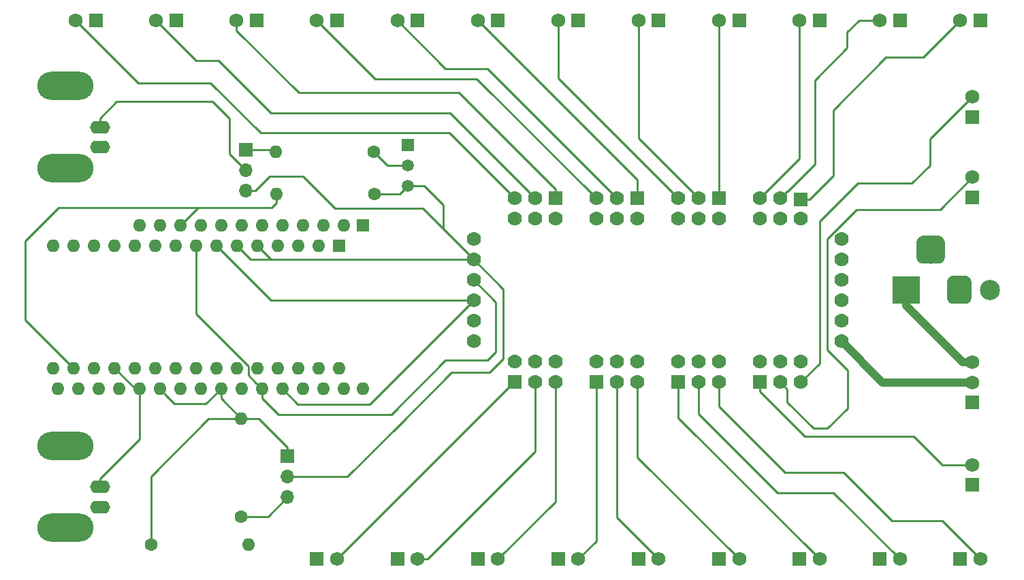
<source format=gbr>
G04 #@! TF.GenerationSoftware,KiCad,Pcbnew,(5.0.0)*
G04 #@! TF.CreationDate,2020-03-06T16:17:22+00:00*
G04 #@! TF.ProjectId,LED Zappelin,4C4544205A617070656C696E2E6B6963,rev?*
G04 #@! TF.SameCoordinates,Original*
G04 #@! TF.FileFunction,Copper,L1,Top,Signal*
G04 #@! TF.FilePolarity,Positive*
%FSLAX46Y46*%
G04 Gerber Fmt 4.6, Leading zero omitted, Abs format (unit mm)*
G04 Created by KiCad (PCBNEW (5.0.0)) date 03/06/20 16:17:22*
%MOMM*%
%LPD*%
G01*
G04 APERTURE LIST*
G04 #@! TA.AperFunction,ComponentPad*
%ADD10R,1.700000X1.700000*%
G04 #@! TD*
G04 #@! TA.AperFunction,ComponentPad*
%ADD11O,1.700000X1.700000*%
G04 #@! TD*
G04 #@! TA.AperFunction,ComponentPad*
%ADD12O,1.600000X1.600000*%
G04 #@! TD*
G04 #@! TA.AperFunction,ComponentPad*
%ADD13C,1.600000*%
G04 #@! TD*
G04 #@! TA.AperFunction,ComponentPad*
%ADD14R,1.500000X1.500000*%
G04 #@! TD*
G04 #@! TA.AperFunction,ComponentPad*
%ADD15C,1.500000*%
G04 #@! TD*
G04 #@! TA.AperFunction,ComponentPad*
%ADD16C,1.750000*%
G04 #@! TD*
G04 #@! TA.AperFunction,ComponentPad*
%ADD17R,1.750000X1.750000*%
G04 #@! TD*
G04 #@! TA.AperFunction,ComponentPad*
%ADD18R,1.600000X1.600000*%
G04 #@! TD*
G04 #@! TA.AperFunction,ComponentPad*
%ADD19C,1.778000*%
G04 #@! TD*
G04 #@! TA.AperFunction,ComponentPad*
%ADD20R,1.778000X1.778000*%
G04 #@! TD*
G04 #@! TA.AperFunction,ComponentPad*
%ADD21O,2.499360X1.600200*%
G04 #@! TD*
G04 #@! TA.AperFunction,ComponentPad*
%ADD22O,7.000240X3.500120*%
G04 #@! TD*
G04 #@! TA.AperFunction,ComponentPad*
%ADD23C,2.500000*%
G04 #@! TD*
G04 #@! TA.AperFunction,ComponentPad*
%ADD24R,3.500000X3.500000*%
G04 #@! TD*
G04 #@! TA.AperFunction,Conductor*
%ADD25C,0.100000*%
G04 #@! TD*
G04 #@! TA.AperFunction,ComponentPad*
%ADD26C,3.000000*%
G04 #@! TD*
G04 #@! TA.AperFunction,ComponentPad*
%ADD27C,3.500000*%
G04 #@! TD*
G04 #@! TA.AperFunction,Conductor*
%ADD28C,0.250000*%
G04 #@! TD*
G04 #@! TA.AperFunction,Conductor*
%ADD29C,1.000000*%
G04 #@! TD*
G04 APERTURE END LIST*
D10*
G04 #@! TO.P,,1*
G04 #@! TO.N,Net-(A1-Pad23)*
X95850000Y-103200000D03*
D11*
G04 #@! TO.P,,2*
X95850000Y-105740000D03*
G04 #@! TO.P,,3*
G04 #@! TO.N,Net-(A2-Pad20)*
X95850000Y-108280000D03*
G04 #@! TD*
D12*
G04 #@! TO.P,,2*
G04 #@! TO.N,Net-(Q1-Pad2)*
X94370000Y-65300000D03*
D13*
G04 #@! TO.P,,1*
X106550000Y-65300000D03*
G04 #@! TD*
D12*
G04 #@! TO.P,,2*
G04 #@! TO.N,Net-(A1-Pad16)*
X94470000Y-70600000D03*
D13*
G04 #@! TO.P,,1*
G04 #@! TO.N,Net-(A1-Pad23)*
X106650000Y-70600000D03*
G04 #@! TD*
D14*
G04 #@! TO.P,2N5089,1*
G04 #@! TO.N,GNDREF*
X110800000Y-64500000D03*
D15*
G04 #@! TO.P,2N5089,3*
G04 #@! TO.N,Net-(A1-Pad23)*
X110800000Y-69580000D03*
G04 #@! TO.P,2N5089,2*
G04 #@! TO.N,Net-(Q1-Pad2)*
X110800000Y-67040000D03*
G04 #@! TD*
D16*
G04 #@! TO.P,,2*
G04 #@! TO.N,Net-(J25-Pad1)*
X69500000Y-49000000D03*
D17*
G04 #@! TO.P,,1*
G04 #@! TO.N,Net-(J24-Pad1)*
X72000000Y-49000000D03*
G04 #@! TD*
D16*
G04 #@! TO.P,,2*
G04 #@! TO.N,Net-(J25-Pad1)*
X79500000Y-49000000D03*
D17*
G04 #@! TO.P,,1*
G04 #@! TO.N,Net-(J23-Pad1)*
X82000000Y-49000000D03*
G04 #@! TD*
D16*
G04 #@! TO.P,,2*
G04 #@! TO.N,Net-(J25-Pad1)*
X89500000Y-49000000D03*
D17*
G04 #@! TO.P,,1*
G04 #@! TO.N,Net-(J22-Pad1)*
X92000000Y-49000000D03*
G04 #@! TD*
D16*
G04 #@! TO.P,,2*
G04 #@! TO.N,Net-(J25-Pad1)*
X99500000Y-49000000D03*
D17*
G04 #@! TO.P,,1*
G04 #@! TO.N,Net-(J21-Pad1)*
X102000000Y-49000000D03*
G04 #@! TD*
D16*
G04 #@! TO.P,,2*
G04 #@! TO.N,Net-(J25-Pad1)*
X109500000Y-49000000D03*
D17*
G04 #@! TO.P,,1*
G04 #@! TO.N,Net-(J20-Pad1)*
X112000000Y-49000000D03*
G04 #@! TD*
D16*
G04 #@! TO.P,,2*
G04 #@! TO.N,Net-(J25-Pad1)*
X119500000Y-49000000D03*
D17*
G04 #@! TO.P,,1*
G04 #@! TO.N,Net-(J19-Pad1)*
X122000000Y-49000000D03*
G04 #@! TD*
D16*
G04 #@! TO.P,,2*
G04 #@! TO.N,Net-(J25-Pad1)*
X129500000Y-49000000D03*
D17*
G04 #@! TO.P,,1*
G04 #@! TO.N,Net-(J18-Pad1)*
X132000000Y-49000000D03*
G04 #@! TD*
D16*
G04 #@! TO.P,,2*
G04 #@! TO.N,Net-(J25-Pad1)*
X139500000Y-49000000D03*
D17*
G04 #@! TO.P,,1*
G04 #@! TO.N,Net-(J17-Pad1)*
X142000000Y-49000000D03*
G04 #@! TD*
D16*
G04 #@! TO.P,,2*
G04 #@! TO.N,Net-(J25-Pad1)*
X149500000Y-49000000D03*
D17*
G04 #@! TO.P,,1*
G04 #@! TO.N,Net-(J16-Pad1)*
X152000000Y-49000000D03*
G04 #@! TD*
D16*
G04 #@! TO.P,,2*
G04 #@! TO.N,Net-(J25-Pad1)*
X159500000Y-49000000D03*
D17*
G04 #@! TO.P,,1*
G04 #@! TO.N,Net-(J15-Pad1)*
X162000000Y-49000000D03*
G04 #@! TD*
D16*
G04 #@! TO.P,,2*
G04 #@! TO.N,Net-(J25-Pad1)*
X169500000Y-49000000D03*
D17*
G04 #@! TO.P,,1*
G04 #@! TO.N,Net-(J14-Pad1)*
X172000000Y-49000000D03*
G04 #@! TD*
D16*
G04 #@! TO.P,,2*
G04 #@! TO.N,Net-(J25-Pad1)*
X179500000Y-49000000D03*
D17*
G04 #@! TO.P,,1*
G04 #@! TO.N,Net-(J13-Pad1)*
X182000000Y-49000000D03*
G04 #@! TD*
G04 #@! TO.P,,1*
G04 #@! TO.N,Net-(J12-Pad1)*
X181000000Y-61000000D03*
D16*
G04 #@! TO.P,,2*
G04 #@! TO.N,Net-(J25-Pad1)*
X181000000Y-58500000D03*
G04 #@! TD*
D17*
G04 #@! TO.P,,1*
G04 #@! TO.N,Net-(J11-Pad1)*
X181000000Y-71000000D03*
D16*
G04 #@! TO.P,,2*
G04 #@! TO.N,Net-(J25-Pad1)*
X181000000Y-68500000D03*
G04 #@! TD*
D17*
G04 #@! TO.P,,1*
G04 #@! TO.N,Net-(J10-Pad1)*
X181000000Y-106750000D03*
D16*
G04 #@! TO.P,,2*
G04 #@! TO.N,Net-(J25-Pad1)*
X181000000Y-104250000D03*
G04 #@! TD*
G04 #@! TO.P,,2*
G04 #@! TO.N,Net-(J25-Pad1)*
X182000000Y-116000000D03*
D17*
G04 #@! TO.P,,1*
G04 #@! TO.N,Net-(J9-Pad1)*
X179500000Y-116000000D03*
G04 #@! TD*
D16*
G04 #@! TO.P,,2*
G04 #@! TO.N,Net-(J25-Pad1)*
X172000000Y-116000000D03*
D17*
G04 #@! TO.P,,1*
G04 #@! TO.N,Net-(J8-Pad1)*
X169500000Y-116000000D03*
G04 #@! TD*
D16*
G04 #@! TO.P,,2*
G04 #@! TO.N,Net-(J25-Pad1)*
X162000000Y-116000000D03*
D17*
G04 #@! TO.P,,1*
G04 #@! TO.N,Net-(J7-Pad1)*
X159500000Y-116000000D03*
G04 #@! TD*
D16*
G04 #@! TO.P,,2*
G04 #@! TO.N,Net-(J25-Pad1)*
X152000000Y-116000000D03*
D17*
G04 #@! TO.P,,1*
G04 #@! TO.N,Net-(J6-Pad1)*
X149500000Y-116000000D03*
G04 #@! TD*
D16*
G04 #@! TO.P,,2*
G04 #@! TO.N,Net-(J25-Pad1)*
X142000000Y-116000000D03*
D17*
G04 #@! TO.P,,1*
G04 #@! TO.N,Net-(J5-Pad1)*
X139500000Y-116000000D03*
G04 #@! TD*
D16*
G04 #@! TO.P,,2*
G04 #@! TO.N,Net-(J25-Pad1)*
X132000000Y-116000000D03*
D17*
G04 #@! TO.P,,1*
G04 #@! TO.N,Net-(J4-Pad1)*
X129500000Y-116000000D03*
G04 #@! TD*
D16*
G04 #@! TO.P,,2*
G04 #@! TO.N,Net-(J25-Pad1)*
X122000000Y-116000000D03*
D17*
G04 #@! TO.P,,1*
G04 #@! TO.N,Net-(J3-Pad1)*
X119500000Y-116000000D03*
G04 #@! TD*
D16*
G04 #@! TO.P,,2*
G04 #@! TO.N,Net-(J25-Pad1)*
X112000000Y-116000000D03*
D17*
G04 #@! TO.P,,1*
G04 #@! TO.N,Net-(J2-Pad1)*
X109500000Y-116000000D03*
G04 #@! TD*
G04 #@! TO.P,,1*
G04 #@! TO.N,Net-(J1-Pad1)*
X99500000Y-116000000D03*
D16*
G04 #@! TO.P,,2*
G04 #@! TO.N,Net-(J25-Pad1)*
X102000000Y-116000000D03*
G04 #@! TD*
D12*
G04 #@! TO.P,,2*
G04 #@! TO.N,GNDREF*
X91030000Y-114200000D03*
D13*
G04 #@! TO.P,,1*
G04 #@! TO.N,Net-(A1-Pad23)*
X78850000Y-114200000D03*
G04 #@! TD*
D18*
G04 #@! TO.P,,SDA/23*
G04 #@! TO.N,N/C*
X105250000Y-74500000D03*
D12*
G04 #@! TO.P,,NC*
G04 #@! TO.N,Net-(A1-Pad17)*
X72330000Y-94830000D03*
G04 #@! TO.P,,SCL/22*
G04 #@! TO.N,N/C*
X102810000Y-74500000D03*
G04 #@! TO.P,,18*
G04 #@! TO.N,GNDREF*
X74870000Y-94830000D03*
G04 #@! TO.P,,14/A6*
G04 #@! TO.N,N/C*
X100270000Y-74500000D03*
G04 #@! TO.P,,A0/26*
G04 #@! TO.N,Net-(A1-Pad19)*
X77410000Y-94830000D03*
G04 #@! TO.P,,32/A7*
G04 #@! TO.N,N/C*
X97730000Y-74500000D03*
G04 #@! TO.P,,A1/25*
G04 #@! TO.N,Net-(A1-Pad23)*
X79950000Y-94830000D03*
G04 #@! TO.P,,15/A8*
G04 #@! TO.N,N/C*
X95190000Y-74500000D03*
G04 #@! TO.P,,A2/34*
G04 #@! TO.N,Net-(A1-Pad21)*
X82490000Y-94830000D03*
G04 #@! TO.P,,33/A9*
G04 #@! TO.N,N/C*
X92650000Y-74500000D03*
G04 #@! TO.P,,A3/39*
G04 #@! TO.N,Net-(A1-Pad22)*
X85030000Y-94830000D03*
G04 #@! TO.P,,27/A10*
G04 #@! TO.N,N/C*
X90110000Y-74500000D03*
G04 #@! TO.P,,A4/36*
G04 #@! TO.N,Net-(A1-Pad23)*
X87570000Y-94830000D03*
G04 #@! TO.P,,12/A11*
G04 #@! TO.N,N/C*
X87570000Y-74500000D03*
G04 #@! TO.P,,A5/4*
G04 #@! TO.N,Net-(A1-Pad24)*
X90110000Y-94830000D03*
G04 #@! TO.P,,13/A12*
G04 #@! TO.N,N/C*
X85030000Y-74500000D03*
G04 #@! TO.P,,SCK/5*
G04 #@! TO.N,Net-(A1-Pad25)*
X92650000Y-94830000D03*
G04 #@! TO.P,,USB*
G04 #@! TO.N,Net-(A1-Pad16)*
X82490000Y-74500000D03*
G04 #@! TO.P,,MOSI/18*
G04 #@! TO.N,Net-(A1-Pad26)*
X95190000Y-94830000D03*
G04 #@! TO.P,,En*
G04 #@! TO.N,N/C*
X79950000Y-74500000D03*
G04 #@! TO.P,,MISO/19*
G04 #@! TO.N,Net-(A1-Pad27)*
X97730000Y-94830000D03*
G04 #@! TO.P,,BAT*
G04 #@! TO.N,N/C*
X77410000Y-74500000D03*
G04 #@! TO.P,,RX/16*
G04 #@! TO.N,Net-(A1-Pad28)*
X100270000Y-94830000D03*
G04 #@! TO.P,,TX/17*
G04 #@! TO.N,N/C*
X102810000Y-94830000D03*
G04 #@! TO.P,,21*
G04 #@! TO.N,Net-(A1-Pad30)*
X105250000Y-94830000D03*
G04 #@! TO.P,,3V*
G04 #@! TO.N,N/C*
X69790000Y-94830000D03*
G04 #@! TO.P,,RST*
X67250000Y-94830000D03*
G04 #@! TD*
D19*
G04 #@! TO.P,,25*
G04 #@! TO.N,Net-(J21-Pad1)*
X134255000Y-73660000D03*
G04 #@! TO.P,,*
G04 #@! TO.N,Net-(J25-Pad1)*
X134255000Y-71120000D03*
G04 #@! TO.P,,26*
G04 #@! TO.N,Net-(J22-Pad1)*
X129175000Y-73660000D03*
G04 #@! TO.P,,*
G04 #@! TO.N,Net-(J25-Pad1)*
X126635000Y-71120000D03*
G04 #@! TO.P,,27*
G04 #@! TO.N,Net-(J23-Pad1)*
X126635000Y-73660000D03*
G04 #@! TO.P,,*
G04 #@! TO.N,Net-(J25-Pad1)*
X124095000Y-71120000D03*
G04 #@! TO.P,,28*
G04 #@! TO.N,Net-(J24-Pad1)*
X124095000Y-73660000D03*
G04 #@! TO.P,,*
G04 #@! TO.N,Net-(J25-Pad1)*
X136795000Y-71120000D03*
G04 #@! TO.P,,24*
G04 #@! TO.N,Net-(J20-Pad1)*
X136795000Y-73660000D03*
G04 #@! TO.P,,23*
G04 #@! TO.N,Net-(J19-Pad1)*
X139335000Y-73660000D03*
G04 #@! TO.P,,*
G04 #@! TO.N,Net-(J25-Pad1)*
X146955000Y-71120000D03*
X144415000Y-71120000D03*
G04 #@! TO.P,,22*
G04 #@! TO.N,Net-(J18-Pad1)*
X144415000Y-73660000D03*
G04 #@! TO.P,,21*
G04 #@! TO.N,Net-(J17-Pad1)*
X146955000Y-73660000D03*
G04 #@! TO.P,,20*
G04 #@! TO.N,Net-(J16-Pad1)*
X149495000Y-73660000D03*
G04 #@! TO.P,,19*
G04 #@! TO.N,Net-(J15-Pad1)*
X154575000Y-73660000D03*
G04 #@! TO.P,,*
G04 #@! TO.N,Net-(J25-Pad1)*
X154575000Y-71120000D03*
X157115000Y-71120000D03*
G04 #@! TO.P,,18*
G04 #@! TO.N,Net-(J14-Pad1)*
X157115000Y-73660000D03*
G04 #@! TO.P,,17*
G04 #@! TO.N,Net-(J13-Pad1)*
X159655000Y-73660000D03*
G04 #@! TO.P,,16*
G04 #@! TO.N,Net-(J12-Pad1)*
X159655000Y-91440000D03*
G04 #@! TO.P,,*
G04 #@! TO.N,Net-(J25-Pad1)*
X159655000Y-93980000D03*
X157115000Y-93980000D03*
G04 #@! TO.P,,15*
G04 #@! TO.N,Net-(J11-Pad1)*
X157115000Y-91440000D03*
G04 #@! TO.P,,14*
G04 #@! TO.N,Net-(J10-Pad1)*
X154575000Y-91440000D03*
G04 #@! TO.P,,*
G04 #@! TO.N,Net-(J25-Pad1)*
X149495000Y-93980000D03*
X146955000Y-93980000D03*
G04 #@! TO.P,,13*
G04 #@! TO.N,Net-(J9-Pad1)*
X149495000Y-91440000D03*
G04 #@! TO.P,,12*
G04 #@! TO.N,Net-(J8-Pad1)*
X146955000Y-91440000D03*
G04 #@! TO.P,,11*
G04 #@! TO.N,Net-(J7-Pad1)*
X144415000Y-91440000D03*
D20*
G04 #@! TO.P,,*
G04 #@! TO.N,Net-(J25-Pad1)*
X129175000Y-71120000D03*
X139335000Y-71120000D03*
X149495000Y-71120000D03*
X159655000Y-71250000D03*
X154575000Y-93980000D03*
X144415000Y-93980000D03*
D19*
X139335000Y-93980000D03*
X136795000Y-93980000D03*
D20*
X134255000Y-93980000D03*
D19*
G04 #@! TO.P,,10*
G04 #@! TO.N,Net-(J6-Pad1)*
X139335000Y-91440000D03*
G04 #@! TO.P,,9*
G04 #@! TO.N,Net-(J5-Pad1)*
X136795000Y-91440000D03*
G04 #@! TO.P,,8*
G04 #@! TO.N,Net-(J4-Pad1)*
X134255000Y-91440000D03*
G04 #@! TO.P,,*
G04 #@! TO.N,Net-(J25-Pad1)*
X129175000Y-93980000D03*
X126635000Y-93980000D03*
D20*
X124095000Y-93980000D03*
D19*
G04 #@! TO.P,,7*
G04 #@! TO.N,Net-(J3-Pad1)*
X129175000Y-91440000D03*
G04 #@! TO.P,,6*
G04 #@! TO.N,Net-(J2-Pad1)*
X126635000Y-91440000D03*
G04 #@! TO.P,,5*
G04 #@! TO.N,Net-(J1-Pad1)*
X124095000Y-91440000D03*
G04 #@! TO.P,,30*
G04 #@! TO.N,Net-(A1-Pad30)*
X119015000Y-76200000D03*
G04 #@! TO.P,,2*
G04 #@! TO.N,Net-(A1-Pad23)*
X119015000Y-78740000D03*
G04 #@! TO.P,,3*
G04 #@! TO.N,Net-(A1-Pad25)*
X119015000Y-81280000D03*
G04 #@! TO.P,,4*
G04 #@! TO.N,Net-(A1-Pad26)*
X119015000Y-83820000D03*
G04 #@! TO.P,,1*
G04 #@! TO.N,GNDREF*
X119015000Y-86370000D03*
G04 #@! TO.P,,32*
G04 #@! TO.N,Net-(J25-Pad1)*
X119015000Y-88890000D03*
X164735000Y-88900000D03*
G04 #@! TO.P,,*
G04 #@! TO.N,GNDREF*
X164735000Y-86360000D03*
G04 #@! TO.N,*
X164735000Y-83820000D03*
X164735000Y-81280000D03*
X164735000Y-78740000D03*
X164735000Y-76200000D03*
G04 #@! TD*
D21*
G04 #@! TO.P,,2*
G04 #@! TO.N,GNDREF*
X72501260Y-64749360D03*
G04 #@! TO.P,,1*
G04 #@! TO.N,Net-(A1-Pad23)*
X72501260Y-62250000D03*
D22*
G04 #@! TO.P,,2*
G04 #@! TO.N,GNDREF*
X68236600Y-57149680D03*
X68236600Y-67347780D03*
G04 #@! TD*
D23*
G04 #@! TO.P,J2,4*
G04 #@! TO.N,N/C*
X183175000Y-82500000D03*
D24*
G04 #@! TO.P,J2,1*
G04 #@! TO.N,Net-(J2-Pad1)*
X172775000Y-82500000D03*
D25*
G04 #@! TD*
G04 #@! TO.N,GNDREF*
G04 #@! TO.C,J2*
G36*
X180198513Y-80753611D02*
X180271318Y-80764411D01*
X180342714Y-80782295D01*
X180412013Y-80807090D01*
X180478548Y-80838559D01*
X180541678Y-80876398D01*
X180600795Y-80920242D01*
X180655330Y-80969670D01*
X180704758Y-81024205D01*
X180748602Y-81083322D01*
X180786441Y-81146452D01*
X180817910Y-81212987D01*
X180842705Y-81282286D01*
X180860589Y-81353682D01*
X180871389Y-81426487D01*
X180875000Y-81500000D01*
X180875000Y-83500000D01*
X180871389Y-83573513D01*
X180860589Y-83646318D01*
X180842705Y-83717714D01*
X180817910Y-83787013D01*
X180786441Y-83853548D01*
X180748602Y-83916678D01*
X180704758Y-83975795D01*
X180655330Y-84030330D01*
X180600795Y-84079758D01*
X180541678Y-84123602D01*
X180478548Y-84161441D01*
X180412013Y-84192910D01*
X180342714Y-84217705D01*
X180271318Y-84235589D01*
X180198513Y-84246389D01*
X180125000Y-84250000D01*
X178625000Y-84250000D01*
X178551487Y-84246389D01*
X178478682Y-84235589D01*
X178407286Y-84217705D01*
X178337987Y-84192910D01*
X178271452Y-84161441D01*
X178208322Y-84123602D01*
X178149205Y-84079758D01*
X178094670Y-84030330D01*
X178045242Y-83975795D01*
X178001398Y-83916678D01*
X177963559Y-83853548D01*
X177932090Y-83787013D01*
X177907295Y-83717714D01*
X177889411Y-83646318D01*
X177878611Y-83573513D01*
X177875000Y-83500000D01*
X177875000Y-81500000D01*
X177878611Y-81426487D01*
X177889411Y-81353682D01*
X177907295Y-81282286D01*
X177932090Y-81212987D01*
X177963559Y-81146452D01*
X178001398Y-81083322D01*
X178045242Y-81024205D01*
X178094670Y-80969670D01*
X178149205Y-80920242D01*
X178208322Y-80876398D01*
X178271452Y-80838559D01*
X178337987Y-80807090D01*
X178407286Y-80782295D01*
X178478682Y-80764411D01*
X178551487Y-80753611D01*
X178625000Y-80750000D01*
X180125000Y-80750000D01*
X180198513Y-80753611D01*
X180198513Y-80753611D01*
G37*
D26*
G04 #@! TO.P,J2,2*
G04 #@! TO.N,GNDREF*
X179375000Y-82500000D03*
D25*
G04 #@! TD*
G04 #@! TO.N,GNDREF*
G04 #@! TO.C,J2*
G36*
X176785765Y-75754213D02*
X176870704Y-75766813D01*
X176953999Y-75787677D01*
X177034848Y-75816605D01*
X177112472Y-75853319D01*
X177186124Y-75897464D01*
X177255094Y-75948616D01*
X177318718Y-76006282D01*
X177376384Y-76069906D01*
X177427536Y-76138876D01*
X177471681Y-76212528D01*
X177508395Y-76290152D01*
X177537323Y-76371001D01*
X177558187Y-76454296D01*
X177570787Y-76539235D01*
X177575000Y-76625000D01*
X177575000Y-78375000D01*
X177570787Y-78460765D01*
X177558187Y-78545704D01*
X177537323Y-78628999D01*
X177508395Y-78709848D01*
X177471681Y-78787472D01*
X177427536Y-78861124D01*
X177376384Y-78930094D01*
X177318718Y-78993718D01*
X177255094Y-79051384D01*
X177186124Y-79102536D01*
X177112472Y-79146681D01*
X177034848Y-79183395D01*
X176953999Y-79212323D01*
X176870704Y-79233187D01*
X176785765Y-79245787D01*
X176700000Y-79250000D01*
X174950000Y-79250000D01*
X174864235Y-79245787D01*
X174779296Y-79233187D01*
X174696001Y-79212323D01*
X174615152Y-79183395D01*
X174537528Y-79146681D01*
X174463876Y-79102536D01*
X174394906Y-79051384D01*
X174331282Y-78993718D01*
X174273616Y-78930094D01*
X174222464Y-78861124D01*
X174178319Y-78787472D01*
X174141605Y-78709848D01*
X174112677Y-78628999D01*
X174091813Y-78545704D01*
X174079213Y-78460765D01*
X174075000Y-78375000D01*
X174075000Y-76625000D01*
X174079213Y-76539235D01*
X174091813Y-76454296D01*
X174112677Y-76371001D01*
X174141605Y-76290152D01*
X174178319Y-76212528D01*
X174222464Y-76138876D01*
X174273616Y-76069906D01*
X174331282Y-76006282D01*
X174394906Y-75948616D01*
X174463876Y-75897464D01*
X174537528Y-75853319D01*
X174615152Y-75816605D01*
X174696001Y-75787677D01*
X174779296Y-75766813D01*
X174864235Y-75754213D01*
X174950000Y-75750000D01*
X176700000Y-75750000D01*
X176785765Y-75754213D01*
X176785765Y-75754213D01*
G37*
D27*
G04 #@! TO.P,J2,3*
G04 #@! TO.N,GNDREF*
X175825000Y-77500000D03*
G04 #@! TD*
D22*
G04 #@! TO.P,,2*
G04 #@! TO.N,GNDREF*
X68236600Y-112097780D03*
X68236600Y-101899680D03*
D21*
G04 #@! TO.P,,1*
G04 #@! TO.N,Net-(A1-Pad19)*
X72501260Y-107000000D03*
G04 #@! TO.P,,2*
G04 #@! TO.N,GNDREF*
X72501260Y-109499360D03*
G04 #@! TD*
D12*
G04 #@! TO.P,,D13*
G04 #@! TO.N,N/C*
X66690000Y-92240000D03*
G04 #@! TO.P,,D12*
X66690000Y-77000000D03*
G04 #@! TO.P,,Vin*
X102250000Y-92240000D03*
G04 #@! TO.P,,D11*
X69230000Y-77000000D03*
G04 #@! TO.P,,GND*
G04 #@! TO.N,GNDREF*
X99710000Y-92240000D03*
G04 #@! TO.P,,D10*
G04 #@! TO.N,N/C*
X71770000Y-77000000D03*
G04 #@! TO.P,,RST*
X97170000Y-92240000D03*
G04 #@! TO.P,,D9*
X74310000Y-77000000D03*
G04 #@! TO.P,,5V*
X94630000Y-92240000D03*
G04 #@! TO.P,,D8*
X76850000Y-77000000D03*
G04 #@! TO.P,,A7*
X92090000Y-92240000D03*
G04 #@! TO.P,,D7*
X79390000Y-77000000D03*
G04 #@! TO.P,,A6*
X89550000Y-92240000D03*
G04 #@! TO.P,,D6*
G04 #@! TO.N,Net-(A1-Pad30)*
X81930000Y-77000000D03*
G04 #@! TO.P,,A5*
G04 #@! TO.N,N/C*
X87010000Y-92240000D03*
G04 #@! TO.P,,D5*
G04 #@! TO.N,Net-(A1-Pad25)*
X84470000Y-77000000D03*
G04 #@! TO.P,,A4*
G04 #@! TO.N,N/C*
X84470000Y-92240000D03*
G04 #@! TO.P,,D4*
G04 #@! TO.N,Net-(A1-Pad26)*
X87010000Y-77000000D03*
G04 #@! TO.P,,A3*
G04 #@! TO.N,N/C*
X81930000Y-92240000D03*
G04 #@! TO.P,,D3*
G04 #@! TO.N,Net-(A1-Pad23)*
X89550000Y-77000000D03*
G04 #@! TO.P,,A2*
G04 #@! TO.N,N/C*
X79390000Y-92240000D03*
G04 #@! TO.P,,D2*
G04 #@! TO.N,Net-(A1-Pad23)*
X92090000Y-77000000D03*
G04 #@! TO.P,,A1*
G04 #@! TO.N,N/C*
X76850000Y-92240000D03*
G04 #@! TO.P,,GND*
G04 #@! TO.N,GNDREF*
X94630000Y-77000000D03*
G04 #@! TO.P,,A0*
G04 #@! TO.N,Net-(A1-Pad19)*
X74310000Y-92240000D03*
G04 #@! TO.P,,RST*
G04 #@! TO.N,N/C*
X97170000Y-77000000D03*
G04 #@! TO.P,,REF*
X71770000Y-92240000D03*
G04 #@! TO.P,,RX0*
X99710000Y-77000000D03*
G04 #@! TO.P,,3V3*
G04 #@! TO.N,Net-(A1-Pad16)*
X69230000Y-92240000D03*
D18*
G04 #@! TO.P,,TX1*
G04 #@! TO.N,N/C*
X102250000Y-77000000D03*
G04 #@! TD*
D13*
G04 #@! TO.P,,1*
G04 #@! TO.N,Net-(A2-Pad20)*
X90100000Y-110700000D03*
D12*
G04 #@! TO.P,,2*
G04 #@! TO.N,Net-(A1-Pad23)*
X90100000Y-98520000D03*
G04 #@! TD*
D17*
G04 #@! TO.P,,1*
G04 #@! TO.N,GNDREF*
X181000000Y-96500000D03*
D16*
G04 #@! TO.P,,2*
G04 #@! TO.N,Net-(J25-Pad1)*
X181000000Y-94000000D03*
G04 #@! TO.P,,3*
X181000000Y-91500000D03*
G04 #@! TD*
D11*
G04 #@! TO.P,,3*
G04 #@! TO.N,Net-(A1-Pad23)*
X90650000Y-70180000D03*
G04 #@! TO.P,,2*
X90650000Y-67640000D03*
D10*
G04 #@! TO.P,,1*
G04 #@! TO.N,Net-(Q1-Pad2)*
X90650000Y-65100000D03*
G04 #@! TD*
D28*
G04 #@! TO.N,Net-(A1-Pad19)*
X77410000Y-101041160D02*
X77410000Y-94830000D01*
X72501260Y-107000000D02*
X72501260Y-105949900D01*
X72501260Y-105949900D02*
X77410000Y-101041160D01*
X76900000Y-94830000D02*
X77410000Y-94830000D01*
X74310000Y-92240000D02*
X76900000Y-94830000D01*
G04 #@! TO.N,Net-(A1-Pad23)*
X105000000Y-78740000D02*
X119015000Y-78740000D01*
X89550000Y-77000000D02*
X91290000Y-78740000D01*
X103660000Y-78740000D02*
X104000000Y-78740000D01*
X104000000Y-78740000D02*
X105000000Y-78740000D01*
X122700009Y-82425009D02*
X122700009Y-91038269D01*
X119015000Y-78740000D02*
X122700009Y-82425009D01*
X122700009Y-91038269D02*
X120988278Y-92750000D01*
X120988278Y-92750000D02*
X116250000Y-92750000D01*
X116250000Y-92750000D02*
X109750000Y-99250000D01*
X93830000Y-78740000D02*
X94250000Y-78740000D01*
X92090000Y-77000000D02*
X93830000Y-78740000D01*
X91290000Y-78740000D02*
X94250000Y-78740000D01*
X94250000Y-78740000D02*
X104000000Y-78740000D01*
X85700000Y-96700000D02*
X87570000Y-94830000D01*
X81800000Y-96700000D02*
X85700000Y-96700000D01*
X80749999Y-95649999D02*
X81800000Y-96700000D01*
X79950000Y-94830000D02*
X80749999Y-95629999D01*
X80749999Y-95629999D02*
X80749999Y-95649999D01*
X72501260Y-62250000D02*
X72950840Y-62250000D01*
X88600000Y-65590000D02*
X90650000Y-67640000D01*
X88600000Y-63750000D02*
X88600000Y-65590000D01*
X111860660Y-69580000D02*
X111880660Y-69600000D01*
X110800000Y-69580000D02*
X111860660Y-69580000D01*
X111880660Y-69600000D02*
X112800000Y-69600000D01*
X115175000Y-71975000D02*
X115175000Y-74900000D01*
X112800000Y-69600000D02*
X115175000Y-71975000D01*
X109780000Y-70600000D02*
X110800000Y-69580000D01*
X106650000Y-70600000D02*
X109780000Y-70600000D01*
X91852081Y-70180000D02*
X93632081Y-68400000D01*
X90650000Y-70180000D02*
X91852081Y-70180000D01*
X93632081Y-68400000D02*
X97750000Y-68400000D01*
X97750000Y-68400000D02*
X101750000Y-72400000D01*
X112675000Y-72400000D02*
X115350000Y-75075000D01*
X101750000Y-72400000D02*
X112675000Y-72400000D01*
X119015000Y-78740000D02*
X115350000Y-75075000D01*
X115350000Y-75075000D02*
X115175000Y-74900000D01*
X72501260Y-61199900D02*
X74601160Y-59100000D01*
X72501260Y-62250000D02*
X72501260Y-61199900D01*
X74601160Y-59100000D02*
X86550000Y-59100000D01*
X88600000Y-61150000D02*
X88600000Y-65590000D01*
X86550000Y-59100000D02*
X88600000Y-61150000D01*
X97052081Y-105740000D02*
X97062081Y-105750000D01*
X95850000Y-105740000D02*
X97052081Y-105740000D01*
X103250000Y-105750000D02*
X109750000Y-99250000D01*
X97062081Y-105750000D02*
X103250000Y-105750000D01*
X95850000Y-102604998D02*
X95850000Y-103200000D01*
X78850000Y-105700000D02*
X78850000Y-114200000D01*
X86030000Y-98520000D02*
X78850000Y-105700000D01*
X86030000Y-98520000D02*
X90100000Y-98520000D01*
X91231370Y-98520000D02*
X90100000Y-98520000D01*
X92270000Y-98520000D02*
X91231370Y-98520000D01*
X95850000Y-102100000D02*
X92270000Y-98520000D01*
X95850000Y-103200000D02*
X95850000Y-102100000D01*
X87570000Y-95990000D02*
X87570000Y-94830000D01*
X90100000Y-98520000D02*
X87570000Y-95990000D01*
G04 #@! TO.N,Net-(A1-Pad25)*
X91850001Y-94030001D02*
X92650000Y-94830000D01*
X90964999Y-93144999D02*
X91850001Y-94030001D01*
X90964999Y-91989997D02*
X90964999Y-93144999D01*
X84470000Y-85494998D02*
X90964999Y-91989997D01*
X84470000Y-77000000D02*
X84470000Y-85494998D01*
X92650000Y-95961370D02*
X92650000Y-94830000D01*
X94688630Y-98000000D02*
X92650000Y-95961370D01*
X119015000Y-81280000D02*
X121750000Y-84015000D01*
X121750000Y-84015000D02*
X121750000Y-90250000D01*
X121750000Y-90250000D02*
X120750000Y-91250000D01*
X120750000Y-91250000D02*
X115500000Y-91250000D01*
X115500000Y-91250000D02*
X108750000Y-98000000D01*
X108750000Y-98000000D02*
X94688630Y-98000000D01*
G04 #@! TO.N,Net-(A1-Pad26)*
X106200000Y-83820000D02*
X119015000Y-83820000D01*
X95190000Y-94830000D02*
X97110000Y-96750000D01*
X106085000Y-96750000D02*
X119015000Y-83820000D01*
X97110000Y-96750000D02*
X106085000Y-96750000D01*
X93830000Y-83820000D02*
X106200000Y-83820000D01*
X87010000Y-77000000D02*
X93830000Y-83820000D01*
G04 #@! TO.N,Net-(A1-Pad16)*
X63250000Y-86260000D02*
X69230000Y-92240000D01*
X63250000Y-76400000D02*
X63250000Y-86260000D01*
X67350000Y-72300000D02*
X63250000Y-76400000D01*
X93901370Y-72300000D02*
X67350000Y-72300000D01*
X94470000Y-70600000D02*
X94470000Y-71731370D01*
X94470000Y-71731370D02*
X93901370Y-72300000D01*
X84690000Y-72300000D02*
X93901370Y-72300000D01*
X82490000Y-74500000D02*
X84690000Y-72300000D01*
G04 #@! TO.N,Net-(J25-Pad1)*
X146500000Y-70665000D02*
X146955000Y-71120000D01*
D29*
X179775000Y-91500000D02*
X181000000Y-91500000D01*
X172775000Y-84500000D02*
X179775000Y-91500000D01*
X172775000Y-82500000D02*
X172775000Y-84500000D01*
X169835000Y-94000000D02*
X164735000Y-88900000D01*
X181000000Y-94000000D02*
X169835000Y-94000000D01*
D28*
X124020000Y-93980000D02*
X124095000Y-93980000D01*
X102000000Y-116000000D02*
X124020000Y-93980000D01*
X126635000Y-95237235D02*
X126635000Y-93980000D01*
X126635000Y-102602436D02*
X126635000Y-95237235D01*
X113237436Y-116000000D02*
X126635000Y-102602436D01*
X112000000Y-116000000D02*
X113237436Y-116000000D01*
X129175000Y-108825000D02*
X122000000Y-116000000D01*
X129175000Y-93980000D02*
X129175000Y-108825000D01*
X134255000Y-113745000D02*
X132000000Y-116000000D01*
X134255000Y-93980000D02*
X134255000Y-113745000D01*
X136795000Y-110795000D02*
X142000000Y-116000000D01*
X136795000Y-93980000D02*
X136795000Y-110795000D01*
X139335000Y-103335000D02*
X152000000Y-116000000D01*
X139335000Y-93980000D02*
X139335000Y-103335000D01*
X144415000Y-98415000D02*
X162000000Y-116000000D01*
X144415000Y-93980000D02*
X144415000Y-98415000D01*
X146955000Y-93980000D02*
X146955000Y-97955000D01*
X146955000Y-97955000D02*
X156750000Y-107750000D01*
X163750000Y-107750000D02*
X172000000Y-116000000D01*
X156750000Y-107750000D02*
X163750000Y-107750000D01*
X149495000Y-93980000D02*
X149495000Y-96995000D01*
X149495000Y-96995000D02*
X157750000Y-105250000D01*
X157750000Y-105250000D02*
X165000000Y-105250000D01*
X165000000Y-105250000D02*
X171000000Y-111250000D01*
X177250000Y-111250000D02*
X182000000Y-116000000D01*
X171000000Y-111250000D02*
X177250000Y-111250000D01*
X154575000Y-95119000D02*
X160206000Y-100750000D01*
X154575000Y-93980000D02*
X154575000Y-95119000D01*
X160206000Y-100750000D02*
X173750000Y-100750000D01*
X177250000Y-104250000D02*
X181000000Y-104250000D01*
X173750000Y-100750000D02*
X177250000Y-104250000D01*
X69500000Y-49000000D02*
X77250000Y-56750000D01*
X77250000Y-56750000D02*
X86250000Y-56750000D01*
X86250000Y-56750000D02*
X92500000Y-63000000D01*
X115975000Y-63000000D02*
X124095000Y-71120000D01*
X92500000Y-63000000D02*
X115975000Y-63000000D01*
X84500000Y-54000000D02*
X87250000Y-54000000D01*
X79500000Y-49000000D02*
X84500000Y-54000000D01*
X87250000Y-54000000D02*
X93750000Y-60500000D01*
X116015000Y-60500000D02*
X126635000Y-71120000D01*
X93750000Y-60500000D02*
X116015000Y-60500000D01*
X129175000Y-69981000D02*
X129175000Y-71120000D01*
X117194000Y-58000000D02*
X129175000Y-69981000D01*
X97250000Y-58000000D02*
X117194000Y-58000000D01*
X89500000Y-50250000D02*
X97250000Y-58000000D01*
X89500000Y-49000000D02*
X89500000Y-50250000D01*
X99500000Y-49000000D02*
X106750000Y-56250000D01*
X119385000Y-56250000D02*
X134255000Y-71120000D01*
X106750000Y-56250000D02*
X119385000Y-56250000D01*
X120675000Y-55000000D02*
X136795000Y-71120000D01*
X109500000Y-49000000D02*
X115500000Y-55000000D01*
X115500000Y-55000000D02*
X120675000Y-55000000D01*
X139335000Y-68835000D02*
X139335000Y-71120000D01*
X119500000Y-49000000D02*
X139335000Y-68835000D01*
X129500000Y-56205000D02*
X144415000Y-71120000D01*
X129500000Y-49000000D02*
X129500000Y-56205000D01*
X139500000Y-63665000D02*
X146955000Y-71120000D01*
X139500000Y-49000000D02*
X139500000Y-63665000D01*
X149500000Y-71115000D02*
X149495000Y-71120000D01*
X149500000Y-49000000D02*
X149500000Y-71115000D01*
X159500000Y-66195000D02*
X154575000Y-71120000D01*
X159500000Y-49000000D02*
X159500000Y-66195000D01*
X177000000Y-72500000D02*
X181000000Y-68500000D01*
X163000000Y-76138278D02*
X166638278Y-72500000D01*
X165500000Y-92500000D02*
X163000000Y-90000000D01*
X158003999Y-94868999D02*
X158003999Y-96503999D01*
X157115000Y-93980000D02*
X158003999Y-94868999D01*
X163000000Y-90000000D02*
X163000000Y-76138278D01*
X158003999Y-96503999D02*
X161250000Y-99750000D01*
X161250000Y-99750000D02*
X163000000Y-99750000D01*
X163000000Y-99750000D02*
X165500000Y-97250000D01*
X166638278Y-72500000D02*
X177000000Y-72500000D01*
X165500000Y-97250000D02*
X165500000Y-92500000D01*
X159655000Y-93980000D02*
X162000000Y-91635000D01*
X162000000Y-91635000D02*
X162000000Y-74000000D01*
X162000000Y-74000000D02*
X166750000Y-69250000D01*
X166750000Y-69250000D02*
X173500000Y-69250000D01*
X173500000Y-69250000D02*
X175750000Y-67000000D01*
X175750000Y-63750000D02*
X181000000Y-58500000D01*
X175750000Y-67000000D02*
X175750000Y-63750000D01*
X158003999Y-70231001D02*
X158018999Y-70231001D01*
X157115000Y-71120000D02*
X158003999Y-70231001D01*
X158018999Y-70231001D02*
X161400000Y-66850000D01*
X161400000Y-66850000D02*
X161400000Y-56450000D01*
X161400000Y-56450000D02*
X165450000Y-52400000D01*
X165450000Y-52400000D02*
X165450000Y-50450000D01*
X166900000Y-49000000D02*
X169500000Y-49000000D01*
X165450000Y-50450000D02*
X166900000Y-49000000D01*
X160794000Y-71250000D02*
X163700000Y-68344000D01*
X159655000Y-71250000D02*
X160794000Y-71250000D01*
X163700000Y-68344000D02*
X163700000Y-60150000D01*
X163700000Y-60150000D02*
X170250000Y-53600000D01*
X174900000Y-53600000D02*
X179500000Y-49000000D01*
X170250000Y-53600000D02*
X174900000Y-53600000D01*
G04 #@! TO.N,Net-(Q1-Pad2)*
X94170000Y-65100000D02*
X94370000Y-65300000D01*
X90650000Y-65100000D02*
X94170000Y-65100000D01*
X108290000Y-67040000D02*
X110800000Y-67040000D01*
X106550000Y-65300000D02*
X108290000Y-67040000D01*
G04 #@! TO.N,Net-(A2-Pad20)*
X93430000Y-110700000D02*
X95850000Y-108280000D01*
X90100000Y-110700000D02*
X93430000Y-110700000D01*
G04 #@! TD*
M02*

</source>
